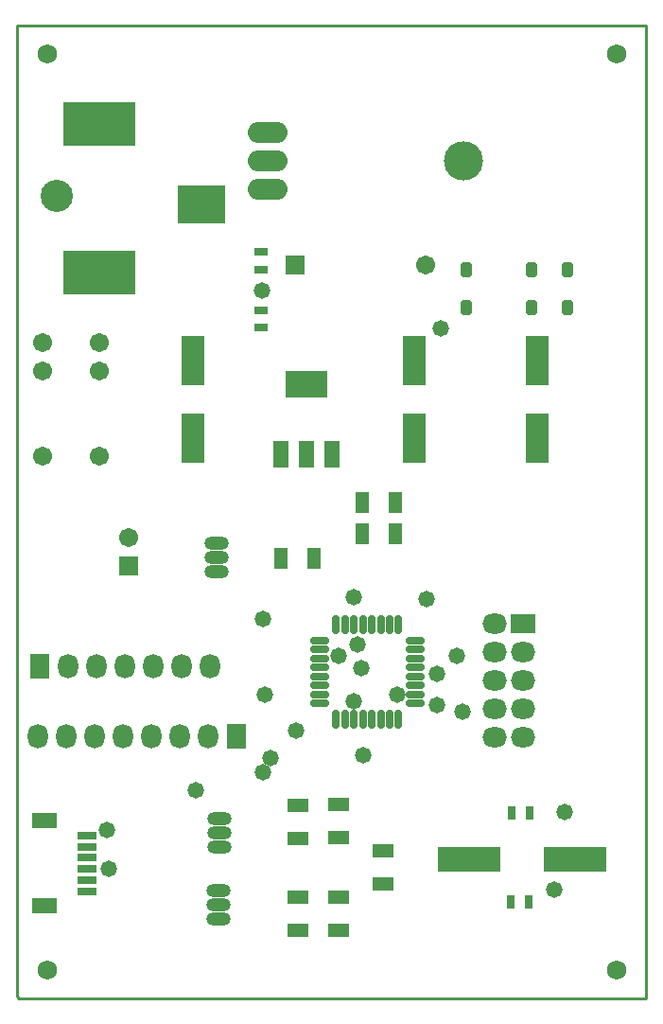
<source format=gts>
G04*
G04 #@! TF.GenerationSoftware,Altium Limited,Altium Designer,20.0.13 (296)*
G04*
G04 Layer_Color=8388736*
%FSLAX25Y25*%
%MOIN*%
G70*
G01*
G75*
%ADD20C,0.01000*%
%ADD37R,0.04619X0.07611*%
%ADD38O,0.02965X0.06706*%
%ADD39O,0.06706X0.02965*%
%ADD40R,0.07611X0.04619*%
%ADD41R,0.02926X0.04501*%
%ADD42R,0.04501X0.02926*%
%ADD43R,0.25800X0.15800*%
%ADD44R,0.16784X0.13792*%
G04:AMPARAMS|DCode=45|XSize=55.64mil|YSize=36.74mil|CornerRadius=6.59mil|HoleSize=0mil|Usage=FLASHONLY|Rotation=270.000|XOffset=0mil|YOffset=0mil|HoleType=Round|Shape=RoundedRectangle|*
%AMROUNDEDRECTD45*
21,1,0.05564,0.02357,0,0,270.0*
21,1,0.04247,0.03674,0,0,270.0*
1,1,0.01317,-0.01178,-0.02123*
1,1,0.01317,-0.01178,0.02123*
1,1,0.01317,0.01178,0.02123*
1,1,0.01317,0.01178,-0.02123*
%
%ADD45ROUNDEDRECTD45*%
%ADD46R,0.07887X0.17335*%
%ADD47R,0.14973X0.09461*%
%ADD48R,0.05600X0.09600*%
%ADD49R,0.22453X0.08674*%
%ADD50R,0.06902X0.03162*%
%ADD51R,0.08674X0.05524*%
%ADD52O,0.08674X0.04737*%
%ADD53O,0.08674X0.04737*%
%ADD54C,0.06800*%
%ADD55R,0.06737X0.06737*%
%ADD56C,0.06737*%
%ADD57C,0.06706*%
%ADD58R,0.06706X0.06706*%
%ADD59O,0.07099X0.08674*%
%ADD60R,0.07099X0.08674*%
%ADD61C,0.11351*%
%ADD62C,0.13800*%
%ADD63O,0.14000X0.07400*%
%ADD64R,0.08674X0.07099*%
%ADD65O,0.08674X0.07099*%
%ADD66C,0.05800*%
D20*
X-0Y-0D02*
X221752D01*
Y-342618D02*
Y-0D01*
X591Y-342618D02*
X221752D01*
X-0Y-342028D02*
X591Y-342618D01*
X-0Y-342028D02*
Y-0D01*
D37*
X121732Y-168209D02*
D03*
X133386D02*
D03*
Y-179134D02*
D03*
X121732D02*
D03*
X104705Y-187736D02*
D03*
X93051D02*
D03*
D38*
X112354Y-244468D02*
D03*
X115504D02*
D03*
X118654D02*
D03*
X121803D02*
D03*
X124953D02*
D03*
X128102D02*
D03*
X131252D02*
D03*
X134402D02*
D03*
Y-211004D02*
D03*
X131252D02*
D03*
X128102D02*
D03*
X124953D02*
D03*
X121803D02*
D03*
X118654D02*
D03*
X115504D02*
D03*
X112354D02*
D03*
D39*
X140110Y-238760D02*
D03*
Y-235610D02*
D03*
Y-232461D02*
D03*
Y-229311D02*
D03*
Y-226161D02*
D03*
Y-223012D02*
D03*
Y-219862D02*
D03*
Y-216713D02*
D03*
X106646D02*
D03*
Y-219862D02*
D03*
Y-223012D02*
D03*
Y-226161D02*
D03*
Y-229311D02*
D03*
Y-232461D02*
D03*
Y-235610D02*
D03*
Y-238760D02*
D03*
D40*
X113378Y-318736D02*
D03*
Y-307083D02*
D03*
X98878Y-306929D02*
D03*
Y-318583D02*
D03*
X113378Y-274429D02*
D03*
Y-286083D02*
D03*
X98878Y-274583D02*
D03*
Y-286236D02*
D03*
X128878Y-290736D02*
D03*
Y-302390D02*
D03*
D41*
X173878Y-308736D02*
D03*
X180177D02*
D03*
X174378Y-277236D02*
D03*
X180677D02*
D03*
D42*
X85878Y-79736D02*
D03*
Y-86035D02*
D03*
Y-106535D02*
D03*
Y-100236D02*
D03*
D43*
X28787Y-86898D02*
D03*
Y-34575D02*
D03*
D44*
X64772Y-62882D02*
D03*
D45*
X158378Y-99350D02*
D03*
Y-86122D02*
D03*
X181378Y-99350D02*
D03*
Y-86122D02*
D03*
X193878Y-99350D02*
D03*
Y-86122D02*
D03*
D46*
X61878Y-145319D02*
D03*
Y-118154D02*
D03*
X183378Y-145319D02*
D03*
Y-118154D02*
D03*
X139878Y-145319D02*
D03*
Y-118154D02*
D03*
D47*
X101878Y-126536D02*
D03*
D48*
X110978Y-150937D02*
D03*
X101878D02*
D03*
X92778D02*
D03*
D49*
X196579Y-293736D02*
D03*
X159177D02*
D03*
D50*
X24500Y-285287D02*
D03*
Y-289224D02*
D03*
Y-293161D02*
D03*
Y-297098D02*
D03*
Y-301035D02*
D03*
Y-304972D02*
D03*
D51*
X9638Y-280169D02*
D03*
Y-310091D02*
D03*
D52*
X71378Y-289236D02*
D03*
Y-284236D02*
D03*
X70878Y-314736D02*
D03*
Y-309736D02*
D03*
X70378Y-192236D02*
D03*
Y-187236D02*
D03*
D53*
X71378Y-279236D02*
D03*
X70878Y-304736D02*
D03*
X70378Y-182236D02*
D03*
D54*
X211221Y-332776D02*
D03*
Y-9941D02*
D03*
X10433D02*
D03*
Y-332776D02*
D03*
D55*
X39378Y-190236D02*
D03*
D56*
Y-180394D02*
D03*
D57*
X143811Y-84236D02*
D03*
X28878Y-151736D02*
D03*
Y-121736D02*
D03*
Y-111736D02*
D03*
X8878Y-151736D02*
D03*
Y-121736D02*
D03*
Y-111736D02*
D03*
D58*
X97945Y-84236D02*
D03*
D59*
X67878Y-225736D02*
D03*
X57878D02*
D03*
X47878D02*
D03*
X37878D02*
D03*
X27878D02*
D03*
X17878D02*
D03*
X67378Y-250236D02*
D03*
X57378D02*
D03*
X47378D02*
D03*
X37378D02*
D03*
X27378D02*
D03*
X17378D02*
D03*
X7378D02*
D03*
D60*
X7878Y-225736D02*
D03*
X77378Y-250236D02*
D03*
D61*
X13984Y-59890D02*
D03*
D62*
X157378Y-47736D02*
D03*
D63*
X88378Y-57736D02*
D03*
Y-47736D02*
D03*
Y-37736D02*
D03*
D64*
X178378Y-210736D02*
D03*
D65*
Y-220736D02*
D03*
Y-230736D02*
D03*
Y-240736D02*
D03*
Y-250736D02*
D03*
X168378Y-210736D02*
D03*
Y-220736D02*
D03*
Y-230736D02*
D03*
Y-240736D02*
D03*
Y-250736D02*
D03*
D66*
X113386Y-222136D02*
D03*
X86614Y-209055D02*
D03*
X86221Y-93307D02*
D03*
X189370Y-304331D02*
D03*
X192913Y-277165D02*
D03*
X118654Y-238109D02*
D03*
X121253Y-226236D02*
D03*
X120043Y-218121D02*
D03*
X118478Y-201236D02*
D03*
X148078Y-228436D02*
D03*
X31578Y-283336D02*
D03*
X32241Y-297098D02*
D03*
X98178Y-248536D02*
D03*
X147978Y-239536D02*
D03*
X157078Y-241636D02*
D03*
X134078Y-235736D02*
D03*
X149178Y-106836D02*
D03*
X121778Y-257210D02*
D03*
X63078Y-269236D02*
D03*
X154778Y-221936D02*
D03*
X144278Y-202136D02*
D03*
X87278Y-235736D02*
D03*
X89278Y-257936D02*
D03*
X86678Y-263036D02*
D03*
M02*

</source>
